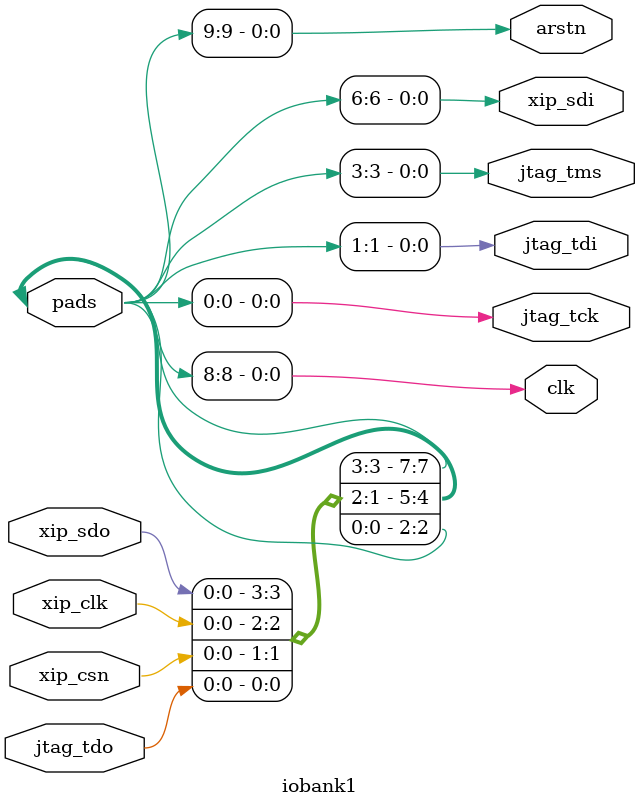
<source format=v>

module iobank1(
        // CLOCK
        output clk,
        output arstn,

        // JTAG
        output jtag_tck,
        output jtag_tdi,
        input jtag_tdo,
        output jtag_tms,

        // XIP
        input xip_csn,
        input xip_clk,
        output xip_sdi,
        input xip_sdo,

        // Final IOs, as connected to pads
        inout[9:0] pads
    );

    assign jtag_tck = pads[0];
    assign jtag_tdi = pads[1];
    assign pads[2] = jtag_tdo;
    assign jtag_tms = pads[3];
    assign pads[4] = xip_csn;
    assign pads[5] = xip_clk;
    assign xip_sdi = pads[6];
    assign pads[7] = xip_sdo;
    assign clk = pads[8];
    assign arstn = pads[9];

endmodule

</source>
